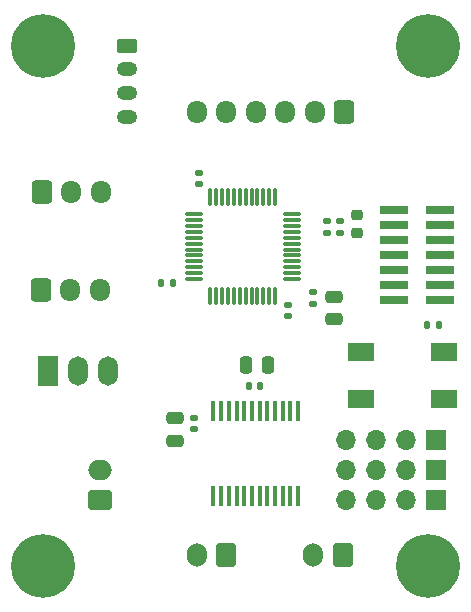
<source format=gts>
G04 #@! TF.GenerationSoftware,KiCad,Pcbnew,8.0.8*
G04 #@! TF.CreationDate,2025-02-05T20:31:25+01:00*
G04 #@! TF.ProjectId,Janus_finalV,4a616e75-735f-4666-996e-616c562e6b69,rev?*
G04 #@! TF.SameCoordinates,Original*
G04 #@! TF.FileFunction,Soldermask,Top*
G04 #@! TF.FilePolarity,Negative*
%FSLAX46Y46*%
G04 Gerber Fmt 4.6, Leading zero omitted, Abs format (unit mm)*
G04 Created by KiCad (PCBNEW 8.0.8) date 2025-02-05 20:31:25*
%MOMM*%
%LPD*%
G01*
G04 APERTURE LIST*
G04 Aperture macros list*
%AMRoundRect*
0 Rectangle with rounded corners*
0 $1 Rounding radius*
0 $2 $3 $4 $5 $6 $7 $8 $9 X,Y pos of 4 corners*
0 Add a 4 corners polygon primitive as box body*
4,1,4,$2,$3,$4,$5,$6,$7,$8,$9,$2,$3,0*
0 Add four circle primitives for the rounded corners*
1,1,$1+$1,$2,$3*
1,1,$1+$1,$4,$5*
1,1,$1+$1,$6,$7*
1,1,$1+$1,$8,$9*
0 Add four rect primitives between the rounded corners*
20,1,$1+$1,$2,$3,$4,$5,0*
20,1,$1+$1,$4,$5,$6,$7,0*
20,1,$1+$1,$6,$7,$8,$9,0*
20,1,$1+$1,$8,$9,$2,$3,0*%
G04 Aperture macros list end*
%ADD10R,1.700000X1.700000*%
%ADD11O,1.700000X1.700000*%
%ADD12C,5.400000*%
%ADD13RoundRect,0.140000X-0.140000X-0.170000X0.140000X-0.170000X0.140000X0.170000X-0.140000X0.170000X0*%
%ADD14R,2.400000X0.740000*%
%ADD15RoundRect,0.250000X-0.625000X0.350000X-0.625000X-0.350000X0.625000X-0.350000X0.625000X0.350000X0*%
%ADD16O,1.750000X1.200000*%
%ADD17RoundRect,0.102000X1.000000X0.700000X-1.000000X0.700000X-1.000000X-0.700000X1.000000X-0.700000X0*%
%ADD18RoundRect,0.218750X0.256250X-0.218750X0.256250X0.218750X-0.256250X0.218750X-0.256250X-0.218750X0*%
%ADD19R,1.700000X2.500000*%
%ADD20O,1.700000X2.500000*%
%ADD21RoundRect,0.140000X-0.170000X0.140000X-0.170000X-0.140000X0.170000X-0.140000X0.170000X0.140000X0*%
%ADD22RoundRect,0.250000X-0.250000X-0.475000X0.250000X-0.475000X0.250000X0.475000X-0.250000X0.475000X0*%
%ADD23R,0.450000X1.750000*%
%ADD24RoundRect,0.250000X-0.600000X-0.725000X0.600000X-0.725000X0.600000X0.725000X-0.600000X0.725000X0*%
%ADD25O,1.700000X1.950000*%
%ADD26RoundRect,0.140000X0.170000X-0.140000X0.170000X0.140000X-0.170000X0.140000X-0.170000X-0.140000X0*%
%ADD27RoundRect,0.250000X-0.475000X0.250000X-0.475000X-0.250000X0.475000X-0.250000X0.475000X0.250000X0*%
%ADD28RoundRect,0.140000X0.140000X0.170000X-0.140000X0.170000X-0.140000X-0.170000X0.140000X-0.170000X0*%
%ADD29RoundRect,0.075000X0.662500X0.075000X-0.662500X0.075000X-0.662500X-0.075000X0.662500X-0.075000X0*%
%ADD30RoundRect,0.075000X0.075000X0.662500X-0.075000X0.662500X-0.075000X-0.662500X0.075000X-0.662500X0*%
%ADD31RoundRect,0.250000X0.600000X0.725000X-0.600000X0.725000X-0.600000X-0.725000X0.600000X-0.725000X0*%
%ADD32RoundRect,0.250000X0.600000X0.750000X-0.600000X0.750000X-0.600000X-0.750000X0.600000X-0.750000X0*%
%ADD33O,1.700000X2.000000*%
%ADD34RoundRect,0.250000X0.750000X-0.600000X0.750000X0.600000X-0.750000X0.600000X-0.750000X-0.600000X0*%
%ADD35O,2.000000X1.700000*%
G04 APERTURE END LIST*
D10*
X147700000Y-80080000D03*
D11*
X145160000Y-80080000D03*
X142620000Y-80080000D03*
X140080000Y-80080000D03*
D12*
X147000000Y-85600000D03*
D13*
X146920000Y-65200000D03*
X147880000Y-65200000D03*
D14*
X148000000Y-63110000D03*
X144100000Y-63110000D03*
X148000000Y-61840000D03*
X144100000Y-61840000D03*
X148000000Y-60570000D03*
X144100000Y-60570000D03*
X148000000Y-59300000D03*
X144100000Y-59300000D03*
X148000000Y-58030000D03*
X144100000Y-58030000D03*
X148000000Y-56760000D03*
X144100000Y-56760000D03*
X148000000Y-55490000D03*
X144100000Y-55490000D03*
D15*
X121500000Y-41600000D03*
D16*
X121500000Y-43600000D03*
X121500000Y-45600000D03*
X121500000Y-47600000D03*
D10*
X147700000Y-77540000D03*
D11*
X145160000Y-77540000D03*
X142620000Y-77540000D03*
X140080000Y-77540000D03*
D17*
X148300000Y-71500000D03*
X141300000Y-71500000D03*
X148300000Y-67500000D03*
X141300000Y-67500000D03*
D18*
X140950000Y-57487500D03*
X140950000Y-55912500D03*
D19*
X114820000Y-69100000D03*
D20*
X117360000Y-69100000D03*
X119900000Y-69100000D03*
D21*
X137250000Y-62470000D03*
X137250000Y-63430000D03*
D12*
X114400000Y-41600000D03*
D21*
X135100000Y-63520000D03*
X135100000Y-64480000D03*
D22*
X131550000Y-68600000D03*
X133450000Y-68600000D03*
D23*
X128825000Y-79700000D03*
X129475000Y-79700000D03*
X130125000Y-79700000D03*
X130775000Y-79700000D03*
X131425000Y-79700000D03*
X132075000Y-79700000D03*
X132725000Y-79700000D03*
X133375000Y-79700000D03*
X134025000Y-79700000D03*
X134675000Y-79700000D03*
X135325000Y-79700000D03*
X135975000Y-79700000D03*
X135975000Y-72500000D03*
X135325000Y-72500000D03*
X134675000Y-72500000D03*
X134025000Y-72500000D03*
X133375000Y-72500000D03*
X132725000Y-72500000D03*
X132075000Y-72500000D03*
X131425000Y-72500000D03*
X130775000Y-72500000D03*
X130125000Y-72500000D03*
X129475000Y-72500000D03*
X128825000Y-72500000D03*
D24*
X114200000Y-62300000D03*
D25*
X116700000Y-62300000D03*
X119200000Y-62300000D03*
D21*
X139500000Y-56470000D03*
X139500000Y-57430000D03*
D24*
X114300000Y-54000000D03*
D25*
X116800000Y-54000000D03*
X119300000Y-54000000D03*
D10*
X147700000Y-75000000D03*
D11*
X145160000Y-75000000D03*
X142620000Y-75000000D03*
X140080000Y-75000000D03*
D21*
X127200000Y-73120000D03*
X127200000Y-74080000D03*
D13*
X131820000Y-70400000D03*
X132780000Y-70400000D03*
D12*
X147000000Y-41600000D03*
D26*
X127600000Y-53330000D03*
X127600000Y-52370000D03*
D27*
X125600000Y-73150000D03*
X125600000Y-75050000D03*
D28*
X125380000Y-61700000D03*
X124420000Y-61700000D03*
D29*
X135462500Y-61350000D03*
X135462500Y-60850000D03*
X135462500Y-60350000D03*
X135462500Y-59850000D03*
X135462500Y-59350000D03*
X135462500Y-58850000D03*
X135462500Y-58350000D03*
X135462500Y-57850000D03*
X135462500Y-57350000D03*
X135462500Y-56850000D03*
X135462500Y-56350000D03*
X135462500Y-55850000D03*
D30*
X134050000Y-54437500D03*
X133550000Y-54437500D03*
X133050000Y-54437500D03*
X132550000Y-54437500D03*
X132050000Y-54437500D03*
X131550000Y-54437500D03*
X131050000Y-54437500D03*
X130550000Y-54437500D03*
X130050000Y-54437500D03*
X129550000Y-54437500D03*
X129050000Y-54437500D03*
X128550000Y-54437500D03*
D29*
X127137500Y-55850000D03*
X127137500Y-56350000D03*
X127137500Y-56850000D03*
X127137500Y-57350000D03*
X127137500Y-57850000D03*
X127137500Y-58350000D03*
X127137500Y-58850000D03*
X127137500Y-59350000D03*
X127137500Y-59850000D03*
X127137500Y-60350000D03*
X127137500Y-60850000D03*
X127137500Y-61350000D03*
D30*
X128550000Y-62762500D03*
X129050000Y-62762500D03*
X129550000Y-62762500D03*
X130050000Y-62762500D03*
X130550000Y-62762500D03*
X131050000Y-62762500D03*
X131550000Y-62762500D03*
X132050000Y-62762500D03*
X132550000Y-62762500D03*
X133050000Y-62762500D03*
X133550000Y-62762500D03*
X134050000Y-62762500D03*
D12*
X114400000Y-85600000D03*
D31*
X139900000Y-47200000D03*
D25*
X137400000Y-47200000D03*
X134900000Y-47200000D03*
X132400000Y-47200000D03*
X129900000Y-47200000D03*
X127400000Y-47200000D03*
D21*
X138450000Y-56470000D03*
X138450000Y-57430000D03*
D27*
X139050000Y-62850000D03*
X139050000Y-64750000D03*
D32*
X129900000Y-84700000D03*
D33*
X127400000Y-84700000D03*
D34*
X119200000Y-80050000D03*
D35*
X119200000Y-77550000D03*
D32*
X139750000Y-84700000D03*
D33*
X137250000Y-84700000D03*
M02*

</source>
